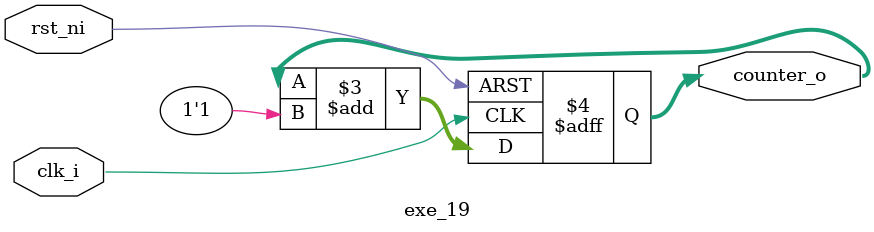
<source format=sv>
/**
*Codigo LÓGICA SEQUENCIAL
*
*Autor: Víctor Vinicius Welter
*
*Data: Novembro de 2022
*
*Especificacao:
Implemente um circuito que possui entradas clk, rst_n, e uma saída counter de 8 bits.
● Implemente um contador de 8 bits: a todo pulso de clock, o valor de counter deve 
ser aumentado em 1. Ligue esse contador à saída counter.
● Lembre-se de configurar um valor inicial para o contador. (Dica: lógica de reset)
● Faça um testbench que gera um clock de 50 MHz. Lembre de realizar o reset por um 
tempo maior que um ciclo de clock ao começo da simulação (sugestão: 100 ns).
*/

module exe_19 (
	input logic clk_i = 1'b0,
	input logic rst_ni = 1'b0,

	output logic [7:0] counter_o
);

	always_ff @(posedge clk_i or negedge rst_ni) begin
		if(!rst_ni) begin
			counter_o <= '0;
		end else begin
			counter_o <= counter_o + 1'b1;
		end
	end

endmodule
</source>
